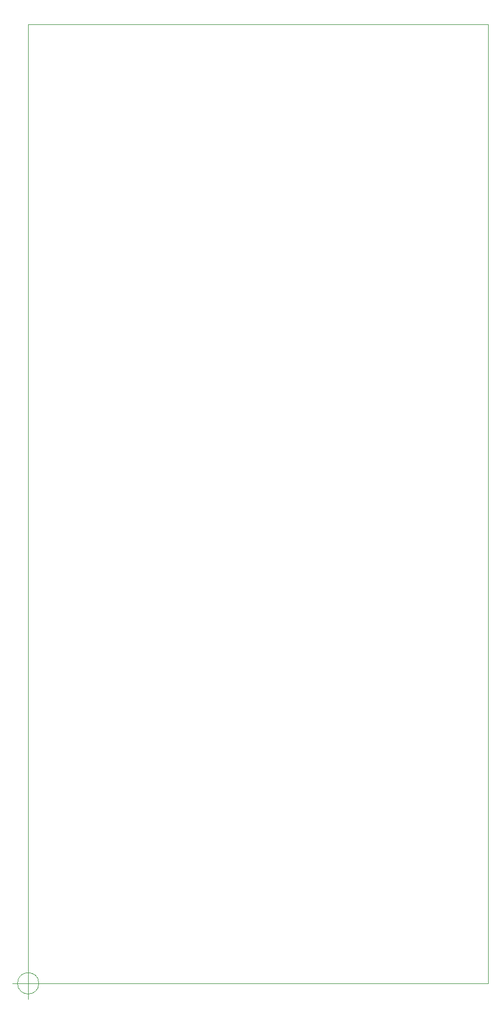
<source format=gbr>
%TF.GenerationSoftware,KiCad,Pcbnew,(6.0.5)*%
%TF.CreationDate,2022-07-22T19:12:55-04:00*%
%TF.ProjectId,LIFFY_KICAD,4c494646-595f-44b4-9943-41442e6b6963,rev?*%
%TF.SameCoordinates,Original*%
%TF.FileFunction,Profile,NP*%
%FSLAX46Y46*%
G04 Gerber Fmt 4.6, Leading zero omitted, Abs format (unit mm)*
G04 Created by KiCad (PCBNEW (6.0.5)) date 2022-07-22 19:12:55*
%MOMM*%
%LPD*%
G01*
G04 APERTURE LIST*
%TA.AperFunction,Profile*%
%ADD10C,0.100000*%
%TD*%
G04 APERTURE END LIST*
D10*
X55880000Y-22860000D02*
X127880000Y-22860000D01*
X127880000Y-22860000D02*
X127880000Y-172860000D01*
X127880000Y-172860000D02*
X55880000Y-172860000D01*
X55880000Y-172860000D02*
X55880000Y-22860000D01*
X57546666Y-172860000D02*
G75*
G03*
X57546666Y-172860000I-1666666J0D01*
G01*
X53380000Y-172860000D02*
X58380000Y-172860000D01*
X55880000Y-170360000D02*
X55880000Y-175360000D01*
M02*

</source>
